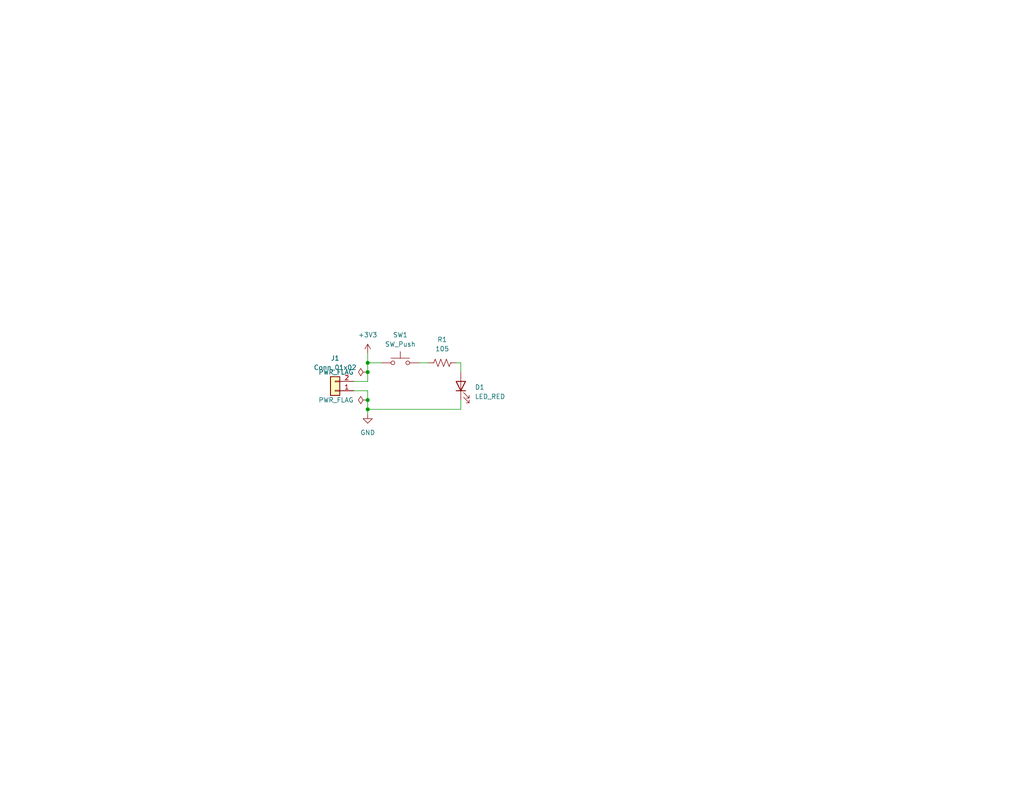
<source format=kicad_sch>
(kicad_sch (version 20231120) (generator "eeschema") (generator_version "8.0")
  (paper "USLetter")
  (title_block (title "LED Project") (date "2024-09-29") (rev "1.0") (company "Illini Solar Car") (comment 1 "Designed By: Sarah Lau"))
  (lib_symbols
    (symbol "Connector_Generic:Conn_01x02" (pin_names (offset 1.016) hide)
      (property "Reference" "J" (at 0 2.54 0))
      (property "Value" "Conn_01x02" (at 0 -5.08 0))
      (symbol "Conn_01x02_1_1"
        (rectangle (start -1.27 -2.413) (end 0 -2.667) (stroke (width 0.1524)))
        (rectangle (start -1.27 0.127) (end 0 -0.127) (stroke (width 0.1524)))
        (rectangle (start -1.27 1.27) (end 1.27 -3.81) (stroke (width 0.254)) (fill (type background)))
        (pin passive line (at -5.08 0 0) (length 3.81) (name "Pin_1") (number "1"))
        (pin passive line (at -5.08 -2.54 0) (length 3.81) (name "Pin_2") (number "2"))
      )
    )
    (symbol "Switch:SW_Push" (pin_numbers hide) (pin_names (offset 1.016) hide)
      (property "Reference" "SW" (at 1.27 2.54 0))
      (property "Value" "SW_Push" (at 0 -1.524 0))
      (symbol "SW_Push_0_1"
        (circle (center -2.032 0) (radius 0.508))
        (polyline (pts (xy 0 1.27) (xy 0 3.048)))
        (polyline (pts (xy 2.54 1.27) (xy -2.54 1.27)))
        (circle (center 2.032 0) (radius 0.508))
        (pin passive line (at -5.08 0 0) (length 2.54) (name "1") (number "1"))
        (pin passive line (at 5.08 0 180) (length 2.54) (name "2") (number "2"))
      )
    )
    (symbol "device:LED" (pin_numbers hide) (pin_names (offset 1.016) hide)
      (property "Reference" "D" (at 0 2.54 0))
      (property "Value" "LED" (at 0 -2.54 0))
      (symbol "LED_0_1"
        (polyline (pts (xy -1.27 -1.27) (xy -1.27 1.27)) (stroke (width 0.254)))
        (polyline (pts (xy -1.27 0) (xy 1.27 0)))
        (polyline (pts (xy 1.27 -1.27) (xy 1.27 1.27) (xy -1.27 0) (xy 1.27 -1.27)) (stroke (width 0.254)))
        (polyline (pts (xy -3.048 -0.762) (xy -4.572 -2.286) (xy -3.81 -2.286) (xy -4.572 -2.286) (xy -4.572 -1.524)))
        (polyline (pts (xy -1.778 -0.762) (xy -3.302 -2.286) (xy -2.54 -2.286) (xy -3.302 -2.286) (xy -3.302 -1.524)))
      )
      (symbol "LED_1_1"
        (pin passive line (at -3.81 0 0) (length 2.54) (name "K") (number "1"))
        (pin passive line (at 3.81 0 180) (length 2.54) (name "A") (number "2"))
      )
    )
    (symbol "device:R_US" (pin_numbers hide) (pin_names (offset 0))
      (property "Reference" "R" (at 2.54 0 90))
      (property "Value" "R_US" (at -2.54 0 90))
      (symbol "R_US_0_1"
        (polyline (pts (xy 0 -2.286) (xy 0 -2.54)))
        (polyline (pts (xy 0 2.286) (xy 0 2.54)))
        (polyline (pts (xy 0 -0.762) (xy 1.016 -1.143) (xy 0 -1.524) (xy -1.016 -1.905) (xy 0 -2.286)))
        (polyline (pts (xy 0 0.762) (xy 1.016 0.381) (xy 0 0) (xy -1.016 -0.381) (xy 0 -0.762)))
        (polyline (pts (xy 0 2.286) (xy 1.016 1.905) (xy 0 1.524) (xy -1.016 1.143) (xy 0 0.762)))
      )
      (symbol "R_US_1_1"
        (pin passive line (at 0 3.81 270) (length 1.27) (name "~") (number "1"))
        (pin passive line (at 0 -3.81 90) (length 1.27) (name "~") (number "2"))
      )
    )
    (symbol "power:+3V3" (power) (pin_names (offset 0))
      (property "Value" "+3V3" (at 0 3.556 0))
      (symbol "+3V3_0_1"
        (polyline (pts (xy -0.762 1.27) (xy 0 2.54)))
        (polyline (pts (xy 0 0) (xy 0 2.54)))
        (polyline (pts (xy 0 2.54) (xy 0.762 1.27)))
      )
      (symbol "+3V3_1_1"
        (pin power_in line (at 0 0 90) (length 0) hide (name "+3V3") (number "1"))
      )
    )
    (symbol "power:GND" (power) (pin_names (offset 0))
      (property "Value" "GND" (at 0 -3.81 0))
      (symbol "GND_0_1"
        (polyline (pts (xy 0 0) (xy 0 -1.27) (xy 1.27 -1.27) (xy 0 -2.54) (xy -1.27 -1.27) (xy 0 -1.27)))
      )
      (symbol "GND_1_1"
        (pin power_in line (at 0 0 270) (length 0) hide (name "GND") (number "1"))
      )
    )
    (symbol "power:PWR_FLAG" (power) (pin_numbers hide) (pin_names (offset 0) hide)
      (property "Value" "PWR_FLAG" (at 0 3.81 0))
      (symbol "PWR_FLAG_0_0"
        (pin power_out line (at 0 0 90) (length 0) (name "pwr") (number "1"))
      )
      (symbol "PWR_FLAG_0_1"
        (polyline (pts (xy 0 0) (xy 0 1.27) (xy -1.016 1.905) (xy 0 2.54) (xy 1.016 1.905) (xy 0 1.27)))
      )
    )
  )
  (junction (at 100.33 99.06))
  (junction (at 100.33 111.76))
  (junction (at 100.33 109.22))
  (junction (at 100.33 101.6))
  (wire (pts (xy 104.14 99.06) (xy 100.33 99.06)))
  (wire (pts (xy 114.3 99.06) (xy 116.84 99.06)))
  (wire (pts (xy 100.33 104.14) (xy 100.33 101.6)))
  (wire (pts (xy 100.33 111.76) (xy 100.33 113.03)))
  (wire (pts (xy 96.52 104.14) (xy 100.33 104.14)))
  (wire (pts (xy 125.73 109.22) (xy 125.73 111.76)))
  (wire (pts (xy 100.33 96.52) (xy 100.33 99.06)))
  (wire (pts (xy 124.46 99.06) (xy 125.73 99.06)))
  (wire (pts (xy 125.73 111.76) (xy 100.33 111.76)))
  (wire (pts (xy 96.52 106.68) (xy 100.33 106.68)))
  (wire (pts (xy 100.33 109.22) (xy 100.33 111.76)))
  (wire (pts (xy 100.33 99.06) (xy 100.33 101.6)))
  (wire (pts (xy 125.73 99.06) (xy 125.73 101.6)))
  (wire (pts (xy 100.33 106.68) (xy 100.33 109.22)))
  (symbol (lib_id "power:PWR_FLAG") (at 100.33 101.6 90) (unit 1)
    (property "Reference" "#FLG02" (effects (hide yes)))
    (property "Value" "PWR_FLAG" (at 96.52 101.5999 90) (effects (justify left)))
    (property "Description" "Special symbol for telling ERC where power comes from" (effects (hide yes)))
  )
  (symbol (lib_id "device:LED") (at 125.73 105.41 90) (unit 1)
    (property "Reference" "D1" (at 129.54 105.7274 90) (effects (justify right)))
    (property "Value" "LED_RED" (at 129.54 108.2674 90) (effects (justify right)))
    (property "Footprint" "layout:LED_0603_Symbol_on_F.SilkS" (effects (hide yes)))
    (property "Description" "Light emitting diode" (effects (hide yes)))
  )
  (symbol (lib_id "device:R_US") (at 120.65 99.06 90) (unit 1)
    (property "Reference" "R1" (at 120.65 92.71 90))
    (property "Value" "105" (at 120.65 95.25 90))
    (property "Footprint" "Resistor_SMD:R_0603_1608Metric_Pad0.98x0.95mm_HandSolder" (effects (hide yes)))
    (property "Description" "Resistor, US symbol" (effects (hide yes)))
  )
  (symbol (lib_id "power:PWR_FLAG") (at 100.33 109.22 90) (unit 1)
    (property "Reference" "#FLG01" (effects (hide yes)))
    (property "Value" "PWR_FLAG" (at 96.52 109.2199 90) (effects (justify left)))
    (property "Description" "Special symbol for telling ERC where power comes from" (effects (hide yes)))
  )
  (symbol (lib_id "power:+3V3") (at 100.33 96.52 0) (unit 1)
    (property "Reference" "#PWR01" (effects (hide yes)))
    (property "Value" "+3V3" (at 100.33 91.44 0))
    (property "Description" "Power symbol creates a global label with name \"+3V3\"" (effects (hide yes)))
  )
  (symbol (lib_id "Connector_Generic:Conn_01x02") (at 91.44 106.68 180) (unit 1)
    (property "Reference" "J1" (at 91.44 97.79 0))
    (property "Value" "Conn_01x02" (at 91.44 100.33 0))
    (property "Footprint" "Connector_Molex:Molex_KK-254_AE-6410-02A_1x02_P2.54mm_Vertical" (effects (hide yes)))
    (property "Datasheet" "https://www.molex.com/content/dam/molex/molex-dot-com/products/automated/en-us/salesdrawingpdf/641/6410/022272021_sd.pdf?inline" (effects (hide yes)))
    (property "Description" "Generic connector, single row, 01x02, script generated (kicad-library-utils/schlib/autogen/connector/)" (effects (hide yes)))
    (property "MPN" "022272021" (effects (hide yes)))
  )
  (symbol (lib_id "Switch:SW_Push") (at 109.22 99.06 0) (unit 1)
    (property "Reference" "SW1" (at 109.22 91.44 0))
    (property "Value" "SW_Push" (at 109.22 93.98 0))
    (property "Footprint" "Button_Switch_SMD:SW_DIP_SPSTx01_Slide_6.7x4.1mm_W8.61mm_P2.54mm_LowProfile" (effects (hide yes)))
    (property "Datasheet" "https://www.te.com/usa-en/product-1825910-6.datasheet.pdf" (effects (hide yes)))
    (property "Description" "Push button switch, generic, two pins" (effects (hide yes)))
    (property "MPN" "1825910-6" (effects (hide yes)))
  )
  (symbol (lib_id "power:GND") (at 100.33 113.03 0) (unit 1)
    (property "Reference" "#PWR02" (effects (hide yes)))
    (property "Value" "GND" (at 100.33 118.11 0))
    (property "Description" "Power symbol creates a global label with name \"GND\" , ground" (effects (hide yes)))
  )
)
</source>
